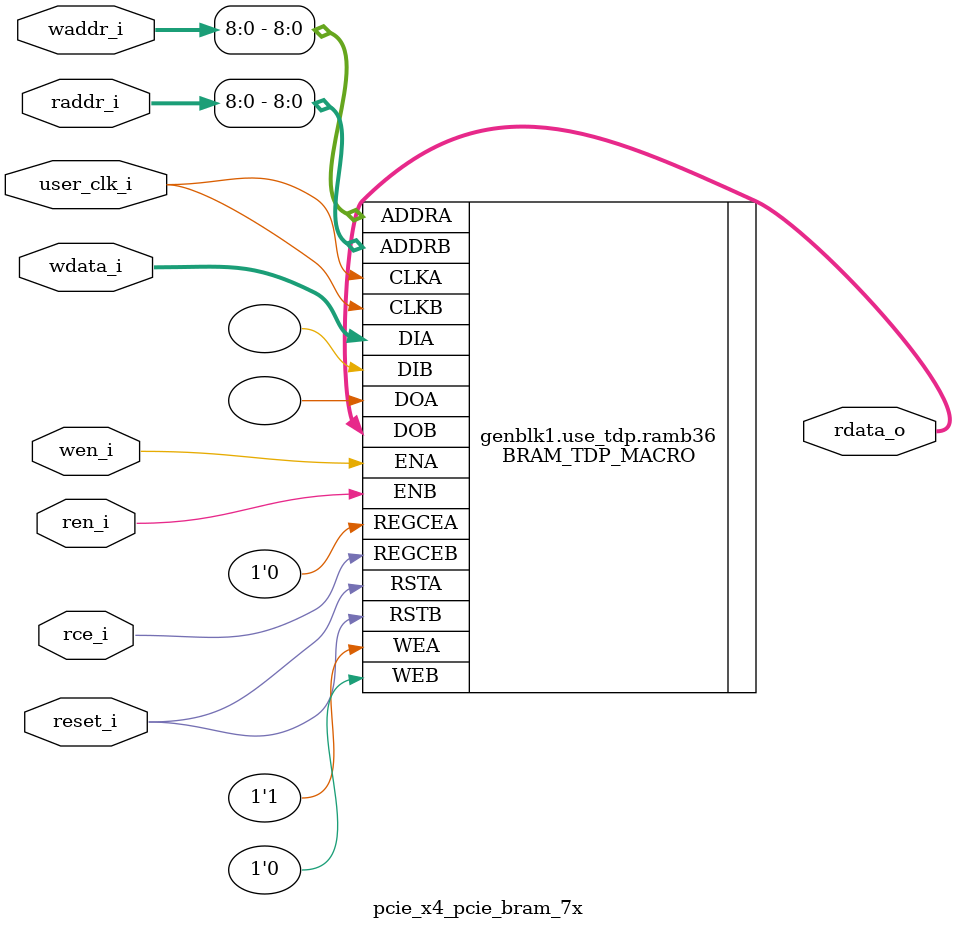
<source format=v>

`timescale 1ps/1ps

(* DowngradeIPIdentifiedWarnings = "yes" *)
module pcie_x4_pcie_bram_7x
  #(
    parameter [3:0]  LINK_CAP_MAX_LINK_SPEED = 4'h1,        // PCIe Link Speed : 1 - 2.5 GT/s; 2 - 5.0 GT/s
    parameter [5:0]  LINK_CAP_MAX_LINK_WIDTH = 6'h08,       // PCIe Link Width : 1 / 2 / 4 / 8
    parameter IMPL_TARGET = "HARD",                         // the implementation target : HARD, SOFT
    parameter DOB_REG = 0,                                  // 1 - use the output register;
                                                            // 0 - don't use the output register
    parameter WIDTH = 0                                     // supported WIDTH's : 4, 9, 18, 36 - uses RAMB36
                                                            //                     72 - uses RAMB36SDP
    )
    (
     input               user_clk_i,// user clock
     input               reset_i,   // bram reset

     input               wen_i,     // write enable
     input [12:0]        waddr_i,   // write address
     input [WIDTH - 1:0] wdata_i,   // write data

     input               ren_i,     // read enable
     input               rce_i,     // output register clock enable
     input [12:0]        raddr_i,   // read address

     output [WIDTH - 1:0] rdata_o   // read data
     );

   // map the address bits
   localparam ADDR_MSB = ((WIDTH == 4)  ? 12 :
                          (WIDTH == 9)  ? 11 :
                          (WIDTH == 18) ? 10 :
                          (WIDTH == 36) ?  9 :
                                           8
                          );

   // set the width of the tied off low address bits
   localparam ADDR_LO_BITS = ((WIDTH == 4)  ? 2 :
                              (WIDTH == 9)  ? 3 :
                              (WIDTH == 18) ? 4 :
                              (WIDTH == 36) ? 5 :
                                              0 // for WIDTH 72 use RAMB36SDP
                              );

   // map the data bits
   localparam D_MSB =  ((WIDTH == 4)  ?  3 :
                        (WIDTH == 9)  ?  7 :
                        (WIDTH == 18) ? 15 :
                        (WIDTH == 36) ? 31 :
                                        63
                        );

   // map the data parity bits
   localparam DP_LSB =  D_MSB + 1;

   localparam DP_MSB =  ((WIDTH == 4)  ? 4 :
                         (WIDTH == 9)  ? 8 :
                         (WIDTH == 18) ? 17 :
                         (WIDTH == 36) ? 35 :
                                         71
                        );

   localparam DPW = DP_MSB - DP_LSB + 1;
   localparam WRITE_MODE = ((WIDTH == 72) && (!((LINK_CAP_MAX_LINK_SPEED == 4'h2) && (LINK_CAP_MAX_LINK_WIDTH == 6'h08)))) ? "WRITE_FIRST" :
                           ((LINK_CAP_MAX_LINK_SPEED == 4'h2) && (LINK_CAP_MAX_LINK_WIDTH == 6'h08)) ? "WRITE_FIRST" : "NO_CHANGE";

   localparam DEVICE = (IMPL_TARGET == "HARD") ? "7SERIES" : "VIRTEX6";
   localparam BRAM_SIZE = "36Kb";

   localparam WE_WIDTH =(DEVICE == "VIRTEX5" || DEVICE == "VIRTEX6" || DEVICE == "7SERIES") ?
                            ((WIDTH <= 9) ? 1 :
                             (WIDTH > 9 && WIDTH <= 18) ? 2 :
                             (WIDTH > 18 && WIDTH <= 36) ? 4 :
                             (WIDTH > 36 && WIDTH <= 72) ? 8 :
                             (BRAM_SIZE == "18Kb") ? 4 : 8 ) : 8;

   //synthesis translate_off
   initial begin
      //$display("[%t] %m DOB_REG %0d WIDTH %0d ADDR_MSB %0d ADDR_LO_BITS %0d DP_MSB %0d DP_LSB %0d D_MSB %0d",
      //          $time, DOB_REG,   WIDTH,    ADDR_MSB,    ADDR_LO_BITS,    DP_MSB,    DP_LSB,    D_MSB);

      case (WIDTH)
        4,9,18,36,72:;
        default:
          begin
             $display("[%t] %m Error WIDTH %0d not supported", $time, WIDTH);
             $finish;
          end
      endcase // case (WIDTH)
   end
   //synthesis translate_on

   generate
   if ((LINK_CAP_MAX_LINK_WIDTH == 6'h08 && LINK_CAP_MAX_LINK_SPEED == 4'h2) || (WIDTH == 72)) begin : use_sdp
        BRAM_SDP_MACRO #(
               .DEVICE        (DEVICE),
               .BRAM_SIZE     (BRAM_SIZE),
               .DO_REG        (DOB_REG),
               .READ_WIDTH    (WIDTH),
               .WRITE_WIDTH   (WIDTH),
               .WRITE_MODE    (WRITE_MODE)
               )
        ramb36sdp(
               .DO             (rdata_o[WIDTH-1:0]),
               .DI             (wdata_i[WIDTH-1:0]),
               .RDADDR         (raddr_i[ADDR_MSB:0]),
               .RDCLK          (user_clk_i),
               .RDEN           (ren_i),
               .REGCE          (rce_i),
               .RST            (reset_i),
               .WE             ({WE_WIDTH{1'b1}}),
               .WRADDR         (waddr_i[ADDR_MSB:0]),
               .WRCLK          (user_clk_i),
               .WREN           (wen_i)
               );

    end  // block: use_sdp
    else if (WIDTH <= 36) begin : use_tdp
    // use RAMB36's if the width is 4, 9, 18, or 36
        BRAM_TDP_MACRO #(
               .DEVICE        (DEVICE),
               .BRAM_SIZE     (BRAM_SIZE),
               .DOA_REG       (0),
               .DOB_REG       (DOB_REG),
               .READ_WIDTH_A  (WIDTH),
               .READ_WIDTH_B  (WIDTH),
               .WRITE_WIDTH_A (WIDTH),
               .WRITE_WIDTH_B (WIDTH),
               .WRITE_MODE_A  (WRITE_MODE)
               )
        ramb36(
               .DOA            (),
               .DOB            (rdata_o[WIDTH-1:0]),
               .ADDRA          (waddr_i[ADDR_MSB:0]),
               .ADDRB          (raddr_i[ADDR_MSB:0]),
               .CLKA           (user_clk_i),
               .CLKB           (user_clk_i),
               .DIA            (wdata_i[WIDTH-1:0]),
               .DIB            ({WIDTH{1'b0}}),
               .ENA            (wen_i),
               .ENB            (ren_i),
               .REGCEA         (1'b0),
               .REGCEB         (rce_i),
               .RSTA           (reset_i),
               .RSTB           (reset_i),
               .WEA            ({WE_WIDTH{1'b1}}),
               .WEB            ({WE_WIDTH{1'b0}})
               );
   end // block: use_tdp
   endgenerate

endmodule // pcie_bram_7x


</source>
